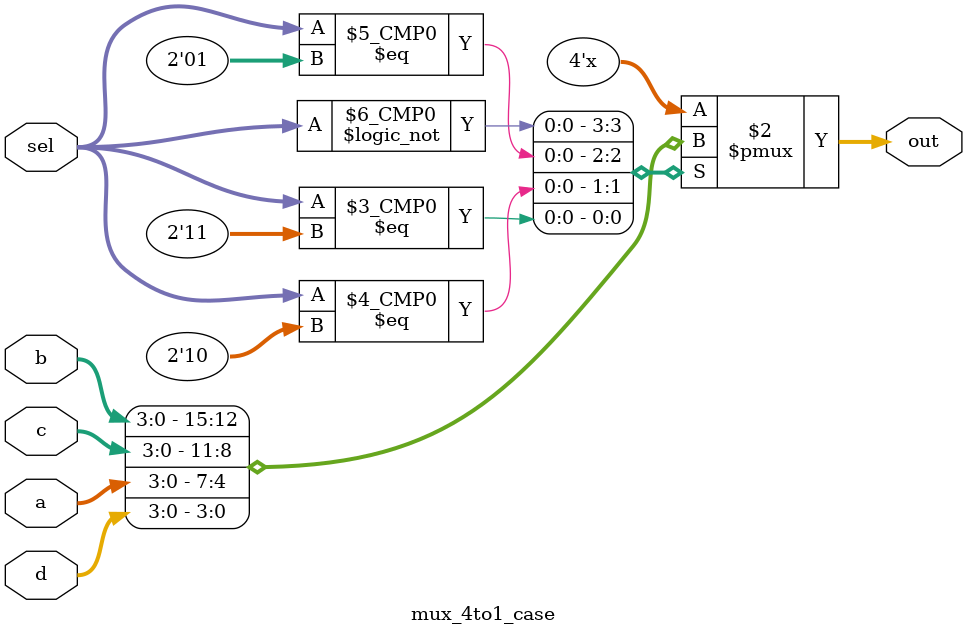
<source format=v>
module mux_4to1_case (
    input [3:0] a,
    input [3:0] b,
    input [3:0] c,
    input [3:0] d,
    input [1:0] sel,
    output reg [3:0] out
);

  always @(a or b or c or d or sel) begin
    case (sel)
      2'b00: out <= b;
      2'b01: out <= c;
      2'b10: out <= a;
      2'b11: out <= d;
    endcase
  end
endmodule

</source>
